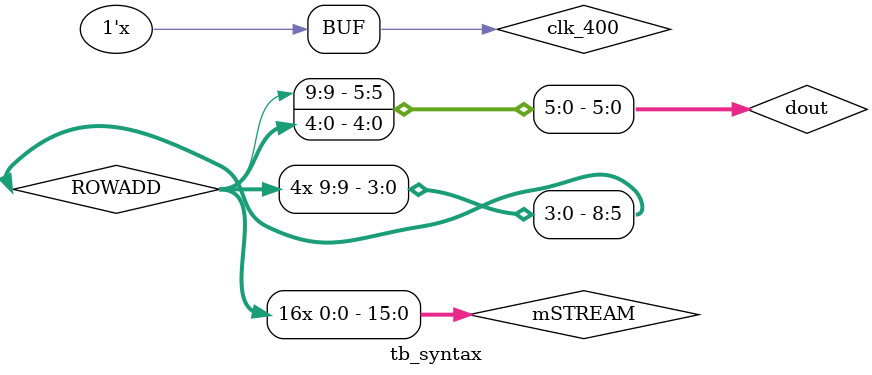
<source format=v>
`timescale 1ns / 1ps


module tb_syntax(

    );

wire [16:1] mSTREAM;
wire [9:0] ROWADD;
reg clk_400;
wire [31:0] dout;    
    counter #(.N(32))dut_counter(
    .clk(clk_400),
    .dout(dout));

assign mSTREAM[16:1] = {16{dout[0]}};
assign ROWADD[9:0] = {{5{dout[5]}},dout[4:0]};

initial begin
    clk_400 <= 0;
end

always
    #0.5 clk_400 <= ~clk_400;

endmodule

</source>
